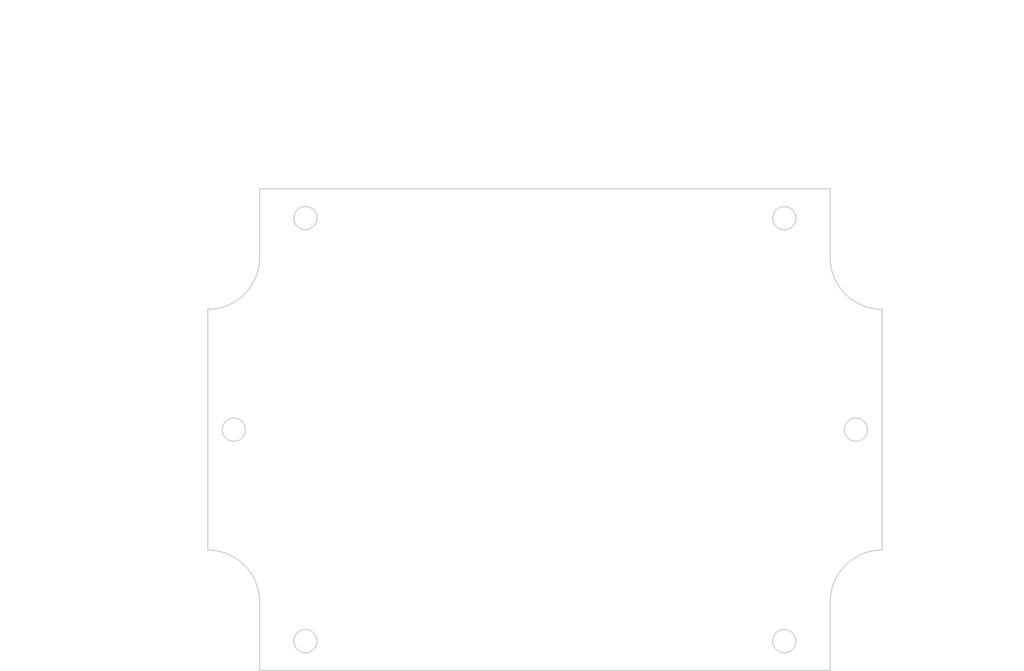
<source format=kicad_pcb>
(kicad_pcb (version 20221018) (generator pcbnew)

  (general
    (thickness 1.6)
  )

  (paper "A4")
  (layers
    (0 "F.Cu" signal)
    (31 "B.Cu" signal)
    (32 "B.Adhes" user "B.Adhesive")
    (33 "F.Adhes" user "F.Adhesive")
    (34 "B.Paste" user)
    (35 "F.Paste" user)
    (36 "B.SilkS" user "B.Silkscreen")
    (37 "F.SilkS" user "F.Silkscreen")
    (38 "B.Mask" user)
    (39 "F.Mask" user)
    (40 "Dwgs.User" user "User.Drawings")
    (41 "Cmts.User" user "User.Comments")
    (42 "Eco1.User" user "User.Eco1")
    (43 "Eco2.User" user "User.Eco2")
    (44 "Edge.Cuts" user)
    (45 "Margin" user)
    (46 "B.CrtYd" user "B.Courtyard")
    (47 "F.CrtYd" user "F.Courtyard")
    (48 "B.Fab" user)
    (49 "F.Fab" user)
  )

  (setup
    (pad_to_mask_clearance 0.051)
    (solder_mask_min_width 0.25)
    (pcbplotparams
      (layerselection 0x00010fc_ffffffff)
      (plot_on_all_layers_selection 0x0000000_00000000)
      (disableapertmacros false)
      (usegerberextensions false)
      (usegerberattributes false)
      (usegerberadvancedattributes false)
      (creategerberjobfile false)
      (dashed_line_dash_ratio 12.000000)
      (dashed_line_gap_ratio 3.000000)
      (svgprecision 4)
      (plotframeref false)
      (viasonmask false)
      (mode 1)
      (useauxorigin false)
      (hpglpennumber 1)
      (hpglpenspeed 20)
      (hpglpendiameter 15.000000)
      (dxfpolygonmode true)
      (dxfimperialunits true)
      (dxfusepcbnewfont true)
      (psnegative false)
      (psa4output false)
      (plotreference true)
      (plotvalue true)
      (plotinvisibletext false)
      (sketchpadsonfab false)
      (subtractmaskfromsilk false)
      (outputformat 1)
      (mirror false)
      (drillshape 1)
      (scaleselection 1)
      (outputdirectory "")
    )
  )

  (net 0 "")

  (gr_line (start 103.456821 89.351532) (end 103.456821 93.125385)
    (stroke (width 0.2) (type solid)) (layer "Dwgs.User") (tstamp 00fa01b2-48ef-4a7e-b83d-97680ee2e6fe))
  (gr_line (start 155.495446 74.706332) (end 155.495446 102.803467)
    (stroke (width 0.2) (type solid)) (layer "Dwgs.User") (tstamp 05435924-757f-489f-850d-c97a31575ca0))
  (gr_line (start 127.180604 140.706332) (end 158.670446 140.706332)
    (stroke (width 0.2) (type solid)) (layer "Dwgs.User") (tstamp 0a56d5b1-a0c2-4696-a3c9-143c1305cc9a))
  (gr_line (start 203.180604 71.706332) (end 203.180604 59.531332)
    (stroke (width 0.2) (type solid)) (layer "Dwgs.User") (tstamp 2182c3f9-e032-4a0d-bf20-d9fd06ffbb98))
  (gr_line (start 103.456821 104.706332) (end 103.456821 100.932479)
    (stroke (width 0.2) (type solid)) (layer "Dwgs.User") (tstamp 21f2f412-a2d0-401c-b392-172311cb9670))
  (gr_line (start 201.180604 62.706332) (end 167.695619 62.706332)
    (stroke (width 0.2) (type solid)) (layer "Dwgs.User") (tstamp 225897f6-97f6-41b7-b0c7-01ad73c90f23))
  (gr_line (start 128.180604 62.706332) (end 158.46124 62.706332)
    (stroke (width 0.2) (type solid)) (layer "Dwgs.User") (tstamp 27d0dba7-f489-40f9-8fc1-008cdbb80226))
  (gr_line (start 94.477004 89.351532) (end 94.477004 111.497763)
    (stroke (width 0.2) (type solid)) (layer "Dwgs.User") (tstamp 3015ed14-6bf9-4133-8641-9a255c64b85a))
  (gr_line (start 108.477004 101.303258) (end 106.477004 101.303258)
    (stroke (width 0.2) (type solid)) (layer "Dwgs.User") (tstamp 365be71e-9e47-412d-8ef3-84d3dae57f43))
  (gr_line (start 117.808204 67.971332) (end 99.72806 67.971332)
    (stroke (width 0.2) (type solid)) (layer "Dwgs.User") (tstamp 365f7f24-18bd-4d80-aa6b-7650c4916a5c))
  (gr_line (start 223.920251 116.262614) (end 217.368472 109.48631)
    (stroke (width 0.2) (type solid)) (layer "Dwgs.User") (tstamp 38693b7d-b6d5-4559-a349-5102d5a7beb7))
  (gr_line (start 218.884204 86.351532) (end 218.884204 37.878652)
    (stroke (width 0.2) (type solid)) (layer "Dwgs.User") (tstamp 3f5b952e-084e-4ec1-9be7-97d0bff80dbe))
  (gr_line (start 110.477004 86.351532) (end 110.477004 50.615156)
    (stroke (width 0.2) (type solid)) (layer "Dwgs.User") (tstamp 42ff387e-c809-412a-9bd5-1a8a89efc461))
  (gr_line (start 210.553004 66.971332) (end 210.553004 49.876808)
    (stroke (width 0.2) (type solid)) (layer "Dwgs.User") (tstamp 4313b243-0e98-48d0-bf07-d25c6c16b18e))
  (gr_line (start 112.477004 41.053652) (end 156.397231 41.053652)
    (stroke (width 0.2) (type solid)) (layer "Dwgs.User") (tstamp 4cca24e3-7c84-470d-bb6f-bfaf38638c9e))
  (gr_line (start 214.680604 106.796332) (end 214.680604 106.616332)
    (stroke (width 0.2) (type solid)) (layer "Dwgs.User") (tstamp 647618e4-5336-4e74-89fd-b0c5bcff2d1c))
  (gr_line (start 126.180604 71.706332) (end 126.180604 59.531332)
    (stroke (width 0.2) (type solid)) (layer "Dwgs.User") (tstamp 6de3d4f8-90d3-4629-a2f3-ad0a6cfb4b4f))
  (gr_line (start 226.828002 116.262614) (end 223.920251 116.262614)
    (stroke (width 0.2) (type solid)) (layer "Dwgs.User") (tstamp 6f353b6b-89bc-49e0-869f-42fc02eb6795))
  (gr_line (start 117.808204 145.441332) (end 78.631904 145.441332)
    (stroke (width 0.2) (type solid)) (layer "Dwgs.User") (tstamp 731dae07-7c16-47e5-ae25-63492f96d834))
  (gr_line (start 81.806904 143.441332) (end 81.806904 107.715057)
    (stroke (width 0.2) (type solid)) (layer "Dwgs.User") (tstamp 772e77f2-e15a-4a1b-8ca5-bc7e273396b5))
  (gr_line (start 120.808204 53.051808) (end 159.015683 53.051808)
    (stroke (width 0.2) (type solid)) (layer "Dwgs.User") (tstamp 78847d70-e730-428b-a421-94d0d034eacd))
  (gr_line (start 109.477004 87.351532) (end 91.302004 87.351532)
    (stroke (width 0.2) (type solid)) (layer "Dwgs.User") (tstamp 7cf0299a-0190-4f50-ab26-eb6a971b9368))
  (gr_line (start 116.808204 53.790156) (end 112.477004 53.790156)
    (stroke (width 0.2) (type solid)) (layer "Dwgs.User") (tstamp 7fbd720d-3da8-4fdc-a8fb-273d17698e8b))
  (gr_line (start 125.751241 127.106016) (end 123.751241 127.106016)
    (stroke (width 0.2) (type solid)) (layer "Dwgs.User") (tstamp 85ecb9b9-a988-46a4-bba7-f78855784455))
  (gr_line (start 102.90306 69.971332) (end 102.90306 72.221638)
    (stroke (width 0.2) (type solid)) (layer "Dwgs.User") (tstamp 87250882-c386-4cc6-8dae-ec112d4b0f8c))
  (gr_line (start 155.495446 138.706332) (end 155.495446 110.609197)
    (stroke (width 0.2) (type solid)) (layer "Dwgs.User") (tstamp 8805297f-af19-432c-b9de-865bf5637569))
  (gr_line (start 117.808204 145.441332) (end 91.302004 145.441332)
    (stroke (width 0.2) (type solid)) (layer "Dwgs.User") (tstamp 89f4535d-c359-4c63-8d06-87368deb07cd))
  (gr_line (start 113.680604 106.706332) (end 100.281821 106.706332)
    (stroke (width 0.2) (type solid)) (layer "Dwgs.User") (tstamp 8aabbe3e-041c-409f-8cf8-9831b9fb97c3))
  (gr_line (start 117.808204 67.971332) (end 78.631904 67.971332)
    (stroke (width 0.2) (type solid)) (layer "Dwgs.User") (tstamp 90513b24-48be-4eb8-91ab-c27d2270a1da))
  (gr_line (start 114.680604 105.706332) (end 114.680604 98.128258)
    (stroke (width 0.2) (type solid)) (layer "Dwgs.User") (tstamp 979c3337-4a28-4a21-a50b-974ce6ae29f5))
  (gr_line (start 110.477004 86.351532) (end 110.477004 37.878652)
    (stroke (width 0.2) (type solid)) (layer "Dwgs.User") (tstamp 9a98d9e6-3f8b-4821-aff7-a3e411a30cde))
  (gr_line (start 127.180604 72.706332) (end 158.670446 72.706332)
    (stroke (width 0.2) (type solid)) (layer "Dwgs.User") (tstamp 9d7499e4-c257-4346-b67b-1f2b0296d28d))
  (gr_line (start 109.477004 87.351532) (end 100.281821 87.351532)
    (stroke (width 0.2) (type solid)) (layer "Dwgs.User") (tstamp a01972e2-161c-4a62-ba0f-7f6981ad62ac))
  (gr_line (start 208.553004 53.051808) (end 168.248698 53.051808)
    (stroke (width 0.2) (type solid)) (layer "Dwgs.User") (tstamp aab7bec2-b974-4c23-ada8-d7ed0557be8e))
  (gr_line (start 118.808204 66.971332) (end 118.808204 49.876808)
    (stroke (width 0.2) (type solid)) (layer "Dwgs.User") (tstamp abf35c2b-3bf8-40ed-8398-37e6a7aa3856))
  (gr_line (start 94.477004 143.441332) (end 94.477004 119.303493)
    (stroke (width 0.2) (type solid)) (layer "Dwgs.User") (tstamp ae277f51-f7a7-436e-a223-5a109ede5528))
  (gr_line (start 123.751241 127.106016) (end 119.533544 129.421137)
    (stroke (width 0.2) (type solid)) (layer "Dwgs.User") (tstamp b8a91226-75ea-4d45-a371-6554fe4326cb))
  (gr_line (start 116.680604 101.303258) (end 119.317341 101.303258)
    (stroke (width 0.2) (type solid)) (layer "Dwgs.User") (tstamp ca638606-080f-4007-8069-106a848d5083))
  (gr_line (start 216.884204 41.053652) (end 166.806235 41.053652)
    (stroke (width 0.2) (type solid)) (layer "Dwgs.User") (tstamp d0f9f949-8679-42d5-ac8d-f67520b40704))
  (gr_line (start 214.590604 106.706332) (end 214.770604 106.706332)
    (stroke (width 0.2) (type solid)) (layer "Dwgs.User") (tstamp d94283a3-7fd4-4219-91c8-626f92944254))
  (gr_line (start 81.806904 69.971332) (end 81.806904 99.951619)
    (stroke (width 0.2) (type solid)) (layer "Dwgs.User") (tstamp db058e2e-4bd3-4725-8429-bf404b631843))
  (gr_line (start 102.90306 85.351532) (end 102.90306 80.028732)
    (stroke (width 0.2) (type solid)) (layer "Dwgs.User") (tstamp f508ce7e-c7b5-4bb9-a558-d4ffd540acb5))
  (gr_line (start 109.477004 87.351532) (end 99.72806 87.351532)
    (stroke (width 0.2) (type solid)) (layer "Dwgs.User") (tstamp f512f4ca-1665-410e-988f-c1886cd0e577))
  (gr_line (start 110.477004 53.790156) (end 106.426001 53.790156)
    (stroke (width 0.2) (type solid)) (layer "Dwgs.User") (tstamp fc51b13b-adfe-4965-b3df-5c97619fbd8b))
  (gr_line (start 118.808204 66.971332) (end 118.808204 50.615156)
    (stroke (width 0.2) (type solid)) (layer "Dwgs.User") (tstamp fcf585b9-1fc0-4149-97b7-6326b24849e6))
  (gr_line (start 210.553004 145.441332) (end 118.808204 145.441332)
    (stroke (width 0.2) (type solid)) (layer "Edge.Cuts") (tstamp 2ab5bcc9-8a36-4bc8-a6e6-52fc44499dcf))
  (gr_line (start 118.808204 145.441332) (end 118.808204 134.392332)
    (stroke (width 0.2) (type solid)) (layer "Edge.Cuts") (tstamp 2b2902e3-ddc0-45be-ac44-ef8bd457aff9))
  (gr_circle (center 203.180604 140.706332) (end 205.047504 140.706332)
    (stroke (width 0.2) (type solid)) (fill none) (layer "Edge.Cuts") (tstamp 2d5d83ca-27a0-4be2-b700-c0d287de036b))
  (gr_circle (center 126.180604 72.706332) (end 128.047504 72.706332)
    (stroke (width 0.2) (type solid)) (fill none) (layer "Edge.Cuts") (tstamp 3acef5d6-11dd-4bd0-8d3e-562b46d36ac4))
  (gr_line (start 210.553004 67.971332) (end 210.553004 79.020332)
    (stroke (width 0.2) (type solid)) (layer "Edge.Cuts") (tstamp 43693e2a-efc1-4296-8347-64c9408125bd))
  (gr_circle (center 114.680604 106.706332) (end 116.547504 106.706332)
    (stroke (width 0.2) (type solid)) (fill none) (layer "Edge.Cuts") (tstamp 527db84d-6e6a-4f76-aa80-15c4bba53de0))
  (gr_line (start 110.477004 126.061132) (end 110.477004 87.351532)
    (stroke (width 0.2) (type solid)) (layer "Edge.Cuts") (tstamp 57a27fc2-7360-446f-a66d-cbe7a0fcd576))
  (gr_arc (start 110.477004 126.061132) (mid 116.368052 128.501284) (end 118.808204 134.392332)
    (stroke (width 0.2) (type solid)) (layer "Edge.Cuts") (tstamp 88698bdd-b045-43a5-a449-222aa748f51e))
  (gr_line (start 118.808204 79.020332) (end 118.808204 67.971332)
    (stroke (width 0.2) (type solid)) (layer "Edge.Cuts") (tstamp 89222de7-a5e5-4fe1-a809-3a90412ee170))
  (gr_circle (center 214.680604 106.706332) (end 216.547504 106.706332)
    (stroke (width 0.2) (type solid)) (fill none) (layer "Edge.Cuts") (tstamp 8a097060-1c64-4e94-8acb-2869ca5ebfbb))
  (gr_line (start 210.553004 134.392332) (end 210.553004 145.441332)
    (stroke (width 0.2) (type solid)) (layer "Edge.Cuts") (tstamp 99dc3d8c-1d2a-4516-9acd-1184787ac936))
  (gr_arc (start 218.884204 87.351532) (mid 212.993156 84.91138) (end 210.553004 79.020332)
    (stroke (width 0.2) (type solid)) (layer "Edge.Cuts") (tstamp 9b8ddda9-31b2-4f20-80bc-2f627b1488ca))
  (gr_arc (start 210.553004 134.392332) (mid 212.993156 128.501284) (end 218.884204 126.061132)
    (stroke (width 0.2) (type solid)) (layer "Edge.Cuts") (tstamp ba3a5209-7785-4ff4-842f-19f29e9e4b10))
  (gr_circle (center 126.180604 140.706332) (end 128.047504 140.706332)
    (stroke (width 0.2) (type solid)) (fill none) (layer "Edge.Cuts") (tstamp cb4b1d75-f92a-4652-adf5-25d361837280))
  (gr_line (start 218.884204 87.351532) (end 218.884204 126.061132)
    (stroke (width 0.2) (type solid)) (layer "Edge.Cuts") (tstamp d8717778-f3b0-4740-8d1d-b01be90c221f))
  (gr_circle (center 203.180604 72.706332) (end 205.047504 72.706332)
    (stroke (width 0.2) (type solid)) (fill none) (layer "Edge.Cuts") (tstamp dcc5c53c-c1e5-455f-9fa9-eb9f3b9fbda9))
  (gr_line (start 118.808204 67.971332) (end 210.553004 67.971332)
    (stroke (width 0.2) (type solid)) (layer "Edge.Cuts") (tstamp e136e9aa-a129-40e4-9d96-1bb3d4164234))
  (gr_arc (start 118.808204 79.020332) (mid 116.368052 84.91138) (end 110.477004 87.351532)
    (stroke (width 0.2) (type solid)) (layer "Edge.Cuts") (tstamp f17d379c-5c27-4e93-8ece-dd65f66a8566))
  (gr_text "[3.05]" (at 81.806904 105.915057) (layer "Dwgs.User") (tstamp 1380d20f-b148-4888-abd4-4c6c3b52bbe2)
    (effects (font (size 2 1.8) (thickness 0.25)))
  )
  (gr_text " R8.33" (at 130.869794 125.284188) (layer "Dwgs.User") (tstamp 15de78be-2ca8-4045-b11e-4079c3de1561)
    (effects (font (size 2 1.8) (thickness 0.25)))
  )
  (gr_text "[2.68]" (at 155.495446 108.788051) (layer "Dwgs.User") (tstamp 2878a60d-4ce5-40a6-a93d-08a41c7bc489)
    (effects (font (size 2 1.8) (thickness 0.25)))
  )
  (gr_text "[3.61]" (at 163.63219 55.133527) (layer "Dwgs.User") (tstamp 3d34554d-b204-4e3f-ade1-34ec5efd2b4c)
    (effects (font (size 2 1.8) (thickness 0.25)))
  )
  (gr_text "6 X ∅3.73\n[∅0.15]" (at 234.20374 116.262614) (layer "Dwgs.User") (tstamp 3e8376cc-61ae-4bef-a045-da8eb18dca7f)
    (effects (font (size 2 1.8) (thickness 0.25)))
  )
  (gr_text " 77.00" (at 163.078429 60.885186) (layer "Dwgs.User") (tstamp 404b422e-2717-485d-8969-ea56ac8c0444)
    (effects (font (size 2 1.8) (thickness 0.25)))
  )
  (gr_text " 68.00" (at 155.495446 104.885186) (layer "Dwgs.User") (tstamp 515bd113-7919-46b7-8c00-d19feb1f6bca)
    (effects (font (size 2 1.8) (thickness 0.25)))
  )
  (gr_text " 19.38" (at 102.90306 74.303357) (layer "Dwgs.User") (tstamp 5dacfa77-8dc7-4d61-9786-cb5efa50e8aa)
    (effects (font (size 2 1.8) (thickness 0.25)))
  )
  (gr_text " 91.74" (at 163.63219 51.230662) (layer "Dwgs.User") (tstamp 61e01771-a3c4-4980-881b-b81cde6e989b)
    (effects (font (size 2 1.8) (thickness 0.25)))
  )
  (gr_text " 8.33" (at 102.582344 51.968328) (layer "Dwgs.User") (tstamp 722500cb-ac10-4db2-b308-dd80bffb9c4a)
    (effects (font (size 2 1.8) (thickness 0.25)))
  )
  (gr_text " 19.35" (at 103.456821 95.207104) (layer "Dwgs.User") (tstamp 85cabfe4-2628-4c14-a941-875bad80c0a5)
    (effects (font (size 2 1.8) (thickness 0.25)))
  )
  (gr_text "[.17]" (at 123.157586 103.384977) (layer "Dwgs.User") (tstamp 896913ed-0a1a-4a33-aec2-49b71cfed927)
    (effects (font (size 2 1.8) (thickness 0.25)))
  )
  (gr_text "[.33]" (at 102.582344 55.871875) (layer "Dwgs.User") (tstamp 8f224471-750d-469c-94a2-2dea60136b04)
    (effects (font (size 2 1.8) (thickness 0.25)))
  )
  (gr_text "[.76]" (at 102.90306 78.206904) (layer "Dwgs.User") (tstamp 95fa5d2f-0655-42e9-b783-5d85763b3ff9)
    (effects (font (size 2 1.8) (thickness 0.25)))
  )
  (gr_text " 108.41" (at 161.601733 39.232506) (layer "Dwgs.User") (tstamp 99df29a4-2973-435a-abe5-16fb0408f829)
    (effects (font (size 2 1.8) (thickness 0.25)))
  )
  (gr_text " 77.47" (at 81.806904 102.033338) (layer "Dwgs.User") (tstamp 9e3e176b-8a95-4ac3-b398-80dbab18b27b)
    (effects (font (size 2 1.8) (thickness 0.25)))
  )
  (gr_text " 4.20" (at 123.157586 99.482112) (layer "Dwgs.User") (tstamp a5588f0f-a4f7-4f48-9566-dee2056f11c2)
    (effects (font (size 2 1.8) (thickness 0.25)))
  )
  (gr_text "[3.03]" (at 163.078429 64.788051) (layer "Dwgs.User") (tstamp b63328e2-831a-4298-aff0-b94c4ace5418)
    (effects (font (size 2 1.8) (thickness 0.25)))
  )
  (gr_text "[.76]" (at 103.456821 99.110651) (layer "Dwgs.User") (tstamp c07991e9-634c-4326-a98d-1b2b0559fadc)
    (effects (font (size 2 1.8) (thickness 0.25)))
  )
  (gr_text "[4.27]" (at 161.601733 43.135371) (layer "Dwgs.User") (tstamp e60844e4-b42c-4ed0-a431-eefbf26aa21b)
    (effects (font (size 2 1.8) (thickness 0.25)))
  )
  (gr_text "[R0.33]" (at 130.869794 129.187735) (layer "Dwgs.User") (tstamp e965d8ea-d6d0-46e4-8267-4e2c3266f797)
    (effects (font (size 2 1.8) (thickness 0.25)))
  )
  (gr_text " 58.09" (at 94.477004 113.579482) (layer "Dwgs.User") (tstamp ee1b631b-a78f-4b5c-bc13-bea45f756df4)
    (effects (font (size 2 1.8) (thickness 0.25)))
  )
  (gr_text "[2.29]" (at 94.477004 117.482347) (layer "Dwgs.User") (tstamp f86ee87c-91a8-4100-9a2e-e4c86031c69f)
    (effects (font (size 2 1.8) (thickness 0.25)))
  )

)

</source>
